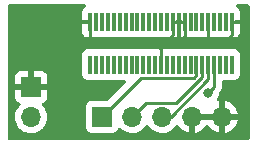
<source format=gbr>
%TF.GenerationSoftware,KiCad,Pcbnew,(6.0.5)*%
%TF.CreationDate,2023-04-14T11:36:58+02:00*%
%TF.ProjectId,keyboardbreakout2_framework,6b657962-6f61-4726-9462-7265616b6f75,rev?*%
%TF.SameCoordinates,Original*%
%TF.FileFunction,Copper,L1,Top*%
%TF.FilePolarity,Positive*%
%FSLAX46Y46*%
G04 Gerber Fmt 4.6, Leading zero omitted, Abs format (unit mm)*
G04 Created by KiCad (PCBNEW (6.0.5)) date 2023-04-14 11:36:58*
%MOMM*%
%LPD*%
G01*
G04 APERTURE LIST*
%TA.AperFunction,ComponentPad*%
%ADD10R,1.700000X1.700000*%
%TD*%
%TA.AperFunction,ComponentPad*%
%ADD11O,1.700000X1.700000*%
%TD*%
%TA.AperFunction,SMDPad,CuDef*%
%ADD12R,0.304800X1.600200*%
%TD*%
%TA.AperFunction,ViaPad*%
%ADD13C,0.800000*%
%TD*%
%TA.AperFunction,Conductor*%
%ADD14C,0.250000*%
%TD*%
G04 APERTURE END LIST*
D10*
%TO.P,JPWR1,1,Pin_1*%
%TO.N,GND*%
X75500000Y-52000000D03*
D11*
%TO.P,JPWR1,2,Pin_2*%
%TO.N,Net-(JPWR1-Pad2)*%
X75500000Y-54540000D03*
%TD*%
D10*
%TO.P,JUSB1,1,Pin_1*%
%TO.N,Net-(JUSB1-Pad1)*%
X81500000Y-54525000D03*
D11*
%TO.P,JUSB1,2,Pin_2*%
%TO.N,Net-(JUSB1-Pad2)*%
X84040000Y-54525000D03*
%TO.P,JUSB1,3,Pin_3*%
%TO.N,Net-(JUSB1-Pad3)*%
X86580000Y-54525000D03*
%TO.P,JUSB1,4,Pin_4*%
%TO.N,GND*%
X89120000Y-54525000D03*
%TO.P,JUSB1,5,Pin_5*%
X91660000Y-54525000D03*
%TD*%
D12*
%TO.P,U1,1,1*%
%TO.N,GND*%
X80500000Y-46500001D03*
%TO.P,U1,2,2*%
%TO.N,unconnected-(U1-Pad2)*%
X81000002Y-46500001D03*
%TO.P,U1,3,3*%
%TO.N,unconnected-(U1-Pad3)*%
X81500001Y-46500001D03*
%TO.P,U1,4,4*%
%TO.N,unconnected-(U1-Pad4)*%
X82000000Y-46500001D03*
%TO.P,U1,5,5*%
%TO.N,unconnected-(U1-Pad5)*%
X82500001Y-46500001D03*
%TO.P,U1,6,6*%
%TO.N,unconnected-(U1-Pad6)*%
X83000000Y-46500001D03*
%TO.P,U1,7,7*%
%TO.N,unconnected-(U1-Pad7)*%
X83500002Y-46500001D03*
%TO.P,U1,8,8*%
%TO.N,unconnected-(U1-Pad8)*%
X84000001Y-46500001D03*
%TO.P,U1,9,9*%
%TO.N,unconnected-(U1-Pad9)*%
X84500000Y-46500001D03*
%TO.P,U1,10,10*%
%TO.N,unconnected-(U1-Pad10)*%
X85000001Y-46500001D03*
%TO.P,U1,11,11*%
%TO.N,unconnected-(U1-Pad11)*%
X85500000Y-46500001D03*
%TO.P,U1,12,12*%
%TO.N,unconnected-(U1-Pad12)*%
X86000002Y-46500001D03*
%TO.P,U1,13,13*%
%TO.N,unconnected-(U1-Pad13)*%
X86500001Y-46500001D03*
%TO.P,U1,14,14*%
%TO.N,unconnected-(U1-Pad14)*%
X87000000Y-46500001D03*
%TO.P,U1,15,15*%
%TO.N,GND*%
X87500001Y-46500001D03*
%TO.P,U1,16,16*%
X88000000Y-46500001D03*
%TO.P,U1,17,17*%
X88500002Y-46500001D03*
%TO.P,U1,18,18*%
%TO.N,unconnected-(U1-Pad18)*%
X89000001Y-46500001D03*
%TO.P,U1,19,19*%
%TO.N,unconnected-(U1-Pad19)*%
X89500000Y-46500001D03*
%TO.P,U1,20,20*%
%TO.N,unconnected-(U1-Pad20)*%
X90000001Y-46500001D03*
%TO.P,U1,21,21*%
%TO.N,GND*%
X90500000Y-46500001D03*
%TO.P,U1,22,22*%
%TO.N,unconnected-(U1-Pad22)*%
X91000002Y-46500001D03*
%TO.P,U1,23,23*%
%TO.N,unconnected-(U1-Pad23)*%
X91500001Y-46500001D03*
%TO.P,U1,24,24*%
%TO.N,unconnected-(U1-Pad24)*%
X92000000Y-46500001D03*
%TO.P,U1,25,25*%
%TO.N,GND*%
X92500002Y-46500001D03*
%TO.P,U1,26,26*%
%TO.N,unconnected-(U1-Pad26)*%
X92500002Y-50099999D03*
%TO.P,U1,27,27*%
%TO.N,unconnected-(U1-Pad27)*%
X92000000Y-50099999D03*
%TO.P,U1,28,28*%
%TO.N,unconnected-(U1-Pad28)*%
X91500001Y-50099999D03*
%TO.P,U1,29,29*%
%TO.N,Net-(JPWR1-Pad2)*%
X91000002Y-50099999D03*
%TO.P,U1,30,30*%
%TO.N,Net-(JUSB1-Pad3)*%
X90500000Y-50099999D03*
%TO.P,U1,31,31*%
%TO.N,Net-(JUSB1-Pad2)*%
X90000001Y-50099999D03*
%TO.P,U1,32,32*%
%TO.N,Net-(JUSB1-Pad1)*%
X89500000Y-50099999D03*
%TO.P,U1,33,33*%
%TO.N,unconnected-(U1-Pad33)*%
X89000001Y-50099999D03*
%TO.P,U1,34,34*%
%TO.N,unconnected-(U1-Pad34)*%
X88500002Y-50099999D03*
%TO.P,U1,35,35*%
%TO.N,unconnected-(U1-Pad35)*%
X88000000Y-50099999D03*
%TO.P,U1,36,36*%
%TO.N,unconnected-(U1-Pad36)*%
X87500001Y-50099999D03*
%TO.P,U1,37,37*%
%TO.N,unconnected-(U1-Pad37)*%
X87000000Y-50099999D03*
%TO.P,U1,38,38*%
%TO.N,GND*%
X86500001Y-50099999D03*
%TO.P,U1,39,39*%
%TO.N,unconnected-(U1-Pad39)*%
X86000002Y-50099999D03*
%TO.P,U1,40,40*%
%TO.N,unconnected-(U1-Pad40)*%
X85500000Y-50099999D03*
%TO.P,U1,41,41*%
%TO.N,unconnected-(U1-Pad41)*%
X85000001Y-50099999D03*
%TO.P,U1,42,42*%
%TO.N,unconnected-(U1-Pad42)*%
X84500000Y-50099999D03*
%TO.P,U1,43,43*%
%TO.N,unconnected-(U1-Pad43)*%
X84000001Y-50099999D03*
%TO.P,U1,44,44*%
%TO.N,unconnected-(U1-Pad44)*%
X83500002Y-50099999D03*
%TO.P,U1,45,45*%
%TO.N,unconnected-(U1-Pad45)*%
X83000000Y-50099999D03*
%TO.P,U1,46,46*%
%TO.N,unconnected-(U1-Pad46)*%
X82500001Y-50099999D03*
%TO.P,U1,47,47*%
%TO.N,unconnected-(U1-Pad47)*%
X82000000Y-50099999D03*
%TO.P,U1,48,48*%
%TO.N,unconnected-(U1-Pad48)*%
X81500001Y-50099999D03*
%TO.P,U1,49,49*%
%TO.N,unconnected-(U1-Pad49)*%
X81000002Y-50099999D03*
%TO.P,U1,50,50*%
%TO.N,unconnected-(U1-Pad50)*%
X80500000Y-50099999D03*
%TD*%
D13*
%TO.N,Net-(JPWR1-Pad2)*%
X90500000Y-52500000D03*
%TD*%
D14*
%TO.N,Net-(JPWR1-Pad2)*%
X91000002Y-50499998D02*
X91000002Y-50099999D01*
X90500000Y-52500000D02*
X91000000Y-52000000D01*
X91000000Y-52000000D02*
X91000000Y-50500000D01*
X91000000Y-50500000D02*
X91000002Y-50499998D01*
%TO.N,Net-(JUSB1-Pad3)*%
X90500000Y-51333978D02*
X90500000Y-50099999D01*
X87308978Y-54525000D02*
X90500000Y-51333978D01*
X86580000Y-54525000D02*
X87308978Y-54525000D01*
%TO.N,Net-(JUSB1-Pad2)*%
X90000001Y-51150099D02*
X90000001Y-50099999D01*
X87799611Y-53350489D02*
X90000001Y-51150099D01*
X85214511Y-53350489D02*
X87799611Y-53350489D01*
X84040000Y-54525000D02*
X85214511Y-53350489D01*
%TO.N,Net-(JUSB1-Pad1)*%
X81500000Y-54525000D02*
X84800390Y-51224610D01*
X84800390Y-51224610D02*
X89289786Y-51224610D01*
X89289786Y-51224610D02*
X89500000Y-51014396D01*
X89500000Y-51014396D02*
X89500000Y-50099999D01*
%TO.N,GND*%
X86500000Y-48500000D02*
X86550762Y-48550762D01*
X86500001Y-50099999D02*
X86500001Y-48601522D01*
X91550761Y-48550762D02*
X90449238Y-48550762D01*
X90500000Y-46500001D02*
X90500000Y-48500000D01*
X80500000Y-48000000D02*
X81000000Y-48500000D01*
X88500002Y-48499998D02*
X88449238Y-48550762D01*
X90449238Y-48550762D02*
X88050762Y-48550762D01*
X90500000Y-48500000D02*
X90449238Y-48550762D01*
X88050762Y-48550762D02*
X86550762Y-48550762D01*
X86500001Y-48601522D02*
X86550762Y-48550762D01*
X86550762Y-48550762D02*
X87500001Y-47601522D01*
X80500000Y-46500001D02*
X80500000Y-48000000D01*
X88449238Y-48550762D02*
X88050762Y-48550762D01*
X81000000Y-48500000D02*
X86500000Y-48500000D01*
X88000000Y-48500000D02*
X88050762Y-48550762D01*
X88000000Y-46500001D02*
X88000000Y-48500000D01*
X88500002Y-46500001D02*
X88500002Y-48499998D01*
X87500001Y-47601522D02*
X87500001Y-46500001D01*
X92500002Y-47601521D02*
X91550761Y-48550762D01*
X92500002Y-46500001D02*
X92500002Y-47601521D01*
%TD*%
%TA.AperFunction,Conductor*%
%TO.N,GND*%
G36*
X80120001Y-45028502D02*
G01*
X80166494Y-45082158D01*
X80176598Y-45152432D01*
X80147104Y-45217012D01*
X80112389Y-45245020D01*
X80093954Y-45255113D01*
X79991876Y-45331616D01*
X79979315Y-45344177D01*
X79902814Y-45446252D01*
X79894276Y-45461847D01*
X79849122Y-45582295D01*
X79845495Y-45597550D01*
X79839969Y-45648415D01*
X79839600Y-45655229D01*
X79839600Y-46329486D01*
X79844075Y-46344725D01*
X79845465Y-46345930D01*
X79853148Y-46347601D01*
X80213102Y-46347601D01*
X80281223Y-46367603D01*
X80327716Y-46421259D01*
X80339102Y-46473601D01*
X80339102Y-46526401D01*
X80319100Y-46594522D01*
X80265444Y-46641015D01*
X80213102Y-46652401D01*
X79857716Y-46652401D01*
X79842477Y-46656876D01*
X79841272Y-46658266D01*
X79839601Y-46665949D01*
X79839601Y-47344770D01*
X79839971Y-47351591D01*
X79845495Y-47402453D01*
X79849121Y-47417705D01*
X79894276Y-47538155D01*
X79902814Y-47553750D01*
X79979315Y-47655825D01*
X79991876Y-47668386D01*
X80093951Y-47744887D01*
X80109546Y-47753425D01*
X80229994Y-47798579D01*
X80245249Y-47802206D01*
X80296114Y-47807732D01*
X80302928Y-47808101D01*
X80329485Y-47808101D01*
X80344724Y-47803626D01*
X80345930Y-47802234D01*
X80349607Y-47785333D01*
X80383632Y-47723020D01*
X80445944Y-47688995D01*
X80516760Y-47694060D01*
X80548286Y-47711286D01*
X80600897Y-47750716D01*
X80604235Y-47751967D01*
X80652458Y-47800297D01*
X80653167Y-47802011D01*
X80658265Y-47806429D01*
X80665948Y-47808100D01*
X80697069Y-47808100D01*
X80703893Y-47807730D01*
X80734070Y-47804453D01*
X80761281Y-47804453D01*
X80796069Y-47808232D01*
X80796073Y-47808232D01*
X80799468Y-47808601D01*
X81200536Y-47808601D01*
X81203928Y-47808232D01*
X81203937Y-47808232D01*
X81236395Y-47804706D01*
X81263609Y-47804706D01*
X81296067Y-47808232D01*
X81296074Y-47808232D01*
X81299467Y-47808601D01*
X81700535Y-47808601D01*
X81703927Y-47808232D01*
X81703936Y-47808232D01*
X81736394Y-47804706D01*
X81763608Y-47804706D01*
X81796066Y-47808232D01*
X81796073Y-47808232D01*
X81799466Y-47808601D01*
X82200534Y-47808601D01*
X82236396Y-47804705D01*
X82263606Y-47804705D01*
X82299467Y-47808601D01*
X82700535Y-47808601D01*
X82703927Y-47808232D01*
X82703936Y-47808232D01*
X82736394Y-47804706D01*
X82763608Y-47804706D01*
X82796066Y-47808232D01*
X82796073Y-47808232D01*
X82799466Y-47808601D01*
X83200534Y-47808601D01*
X83236396Y-47804705D01*
X83263606Y-47804705D01*
X83299468Y-47808601D01*
X83700536Y-47808601D01*
X83703928Y-47808232D01*
X83703937Y-47808232D01*
X83736395Y-47804706D01*
X83763609Y-47804706D01*
X83796067Y-47808232D01*
X83796074Y-47808232D01*
X83799467Y-47808601D01*
X84200535Y-47808601D01*
X84203927Y-47808232D01*
X84203936Y-47808232D01*
X84236394Y-47804706D01*
X84263608Y-47804706D01*
X84296066Y-47808232D01*
X84296073Y-47808232D01*
X84299466Y-47808601D01*
X84700534Y-47808601D01*
X84736396Y-47804705D01*
X84763606Y-47804705D01*
X84799467Y-47808601D01*
X85200535Y-47808601D01*
X85203927Y-47808232D01*
X85203936Y-47808232D01*
X85236394Y-47804706D01*
X85263608Y-47804706D01*
X85296066Y-47808232D01*
X85296073Y-47808232D01*
X85299466Y-47808601D01*
X85700534Y-47808601D01*
X85736396Y-47804705D01*
X85763606Y-47804705D01*
X85799468Y-47808601D01*
X86200536Y-47808601D01*
X86203928Y-47808232D01*
X86203937Y-47808232D01*
X86236395Y-47804706D01*
X86263609Y-47804706D01*
X86296067Y-47808232D01*
X86296074Y-47808232D01*
X86299467Y-47808601D01*
X86700535Y-47808601D01*
X86703927Y-47808232D01*
X86703936Y-47808232D01*
X86736394Y-47804706D01*
X86763608Y-47804706D01*
X86796066Y-47808232D01*
X86796073Y-47808232D01*
X86799466Y-47808601D01*
X87200534Y-47808601D01*
X87238718Y-47804453D01*
X87265932Y-47804453D01*
X87296115Y-47807732D01*
X87302930Y-47808101D01*
X87329486Y-47808101D01*
X87344725Y-47803626D01*
X87366990Y-47777931D01*
X87368183Y-47778965D01*
X87373632Y-47768986D01*
X87396912Y-47751538D01*
X87399105Y-47750716D01*
X87451962Y-47711102D01*
X87518466Y-47686255D01*
X87587848Y-47701308D01*
X87638079Y-47751482D01*
X87648421Y-47776430D01*
X87656876Y-47805224D01*
X87658266Y-47806429D01*
X87665949Y-47808100D01*
X87697071Y-47808100D01*
X87703886Y-47807731D01*
X87736389Y-47804200D01*
X87763607Y-47804200D01*
X87796118Y-47807732D01*
X87802927Y-47808101D01*
X87829485Y-47808101D01*
X87844724Y-47803626D01*
X87845929Y-47802236D01*
X87847600Y-47794553D01*
X87847600Y-46670516D01*
X87843125Y-46655277D01*
X87841735Y-46654072D01*
X87834052Y-46652401D01*
X87786900Y-46652401D01*
X87718779Y-46632399D01*
X87672286Y-46578743D01*
X87660900Y-46526401D01*
X87660900Y-46473601D01*
X87680902Y-46405480D01*
X87734558Y-46358987D01*
X87786900Y-46347601D01*
X88213101Y-46347601D01*
X88281222Y-46367603D01*
X88327715Y-46421259D01*
X88339101Y-46473601D01*
X88339101Y-46526401D01*
X88319099Y-46594522D01*
X88265443Y-46641015D01*
X88213101Y-46652401D01*
X88170515Y-46652401D01*
X88155276Y-46656876D01*
X88154071Y-46658266D01*
X88152400Y-46665949D01*
X88152400Y-47789985D01*
X88156875Y-47805224D01*
X88158265Y-47806429D01*
X88165948Y-47808100D01*
X88197070Y-47808100D01*
X88203888Y-47807731D01*
X88236392Y-47804200D01*
X88263607Y-47804200D01*
X88296119Y-47807732D01*
X88302930Y-47808101D01*
X88329487Y-47808101D01*
X88344726Y-47803626D01*
X88345931Y-47802236D01*
X88349607Y-47785336D01*
X88383632Y-47723023D01*
X88445944Y-47688998D01*
X88516759Y-47694062D01*
X88548292Y-47711292D01*
X88600896Y-47750716D01*
X88604237Y-47751969D01*
X88652461Y-47800301D01*
X88653168Y-47802010D01*
X88658267Y-47806429D01*
X88665950Y-47808100D01*
X88697071Y-47808100D01*
X88703895Y-47807730D01*
X88734071Y-47804453D01*
X88761282Y-47804453D01*
X88796068Y-47808232D01*
X88796072Y-47808232D01*
X88799467Y-47808601D01*
X89200535Y-47808601D01*
X89203927Y-47808232D01*
X89203936Y-47808232D01*
X89236394Y-47804706D01*
X89263608Y-47804706D01*
X89296066Y-47808232D01*
X89296073Y-47808232D01*
X89299466Y-47808601D01*
X89700534Y-47808601D01*
X89736396Y-47804705D01*
X89763606Y-47804705D01*
X89799467Y-47808601D01*
X90200535Y-47808601D01*
X90238719Y-47804453D01*
X90265932Y-47804453D01*
X90296114Y-47807732D01*
X90302928Y-47808101D01*
X90329485Y-47808101D01*
X90344724Y-47803626D01*
X90366989Y-47777931D01*
X90368184Y-47778967D01*
X90373639Y-47768979D01*
X90396910Y-47751539D01*
X90399106Y-47750716D01*
X90420389Y-47734765D01*
X90424438Y-47731731D01*
X90490945Y-47706884D01*
X90560327Y-47721938D01*
X90575560Y-47731727D01*
X90600897Y-47750716D01*
X90604235Y-47751967D01*
X90652458Y-47800297D01*
X90653167Y-47802011D01*
X90658265Y-47806429D01*
X90665948Y-47808100D01*
X90697069Y-47808100D01*
X90703893Y-47807730D01*
X90734070Y-47804453D01*
X90761281Y-47804453D01*
X90796069Y-47808232D01*
X90796073Y-47808232D01*
X90799468Y-47808601D01*
X91200536Y-47808601D01*
X91203928Y-47808232D01*
X91203937Y-47808232D01*
X91236395Y-47804706D01*
X91263609Y-47804706D01*
X91296067Y-47808232D01*
X91296074Y-47808232D01*
X91299467Y-47808601D01*
X91700535Y-47808601D01*
X91703927Y-47808232D01*
X91703936Y-47808232D01*
X91736394Y-47804706D01*
X91763608Y-47804706D01*
X91796066Y-47808232D01*
X91796073Y-47808232D01*
X91799466Y-47808601D01*
X92200534Y-47808601D01*
X92208534Y-47807732D01*
X92231620Y-47805224D01*
X92238718Y-47804453D01*
X92265933Y-47804453D01*
X92296116Y-47807732D01*
X92302931Y-47808101D01*
X92329487Y-47808101D01*
X92344726Y-47803626D01*
X92366991Y-47777931D01*
X92368182Y-47778963D01*
X92373625Y-47768993D01*
X92396914Y-47751537D01*
X92399105Y-47750716D01*
X92451964Y-47711101D01*
X92518466Y-47686254D01*
X92587849Y-47701306D01*
X92638080Y-47751480D01*
X92648422Y-47776430D01*
X92656877Y-47805224D01*
X92658267Y-47806429D01*
X92665950Y-47808100D01*
X92697071Y-47808100D01*
X92703892Y-47807730D01*
X92754754Y-47802206D01*
X92770006Y-47798580D01*
X92890456Y-47753425D01*
X92906051Y-47744887D01*
X93008126Y-47668386D01*
X93020687Y-47655825D01*
X93097188Y-47553750D01*
X93105726Y-47538155D01*
X93150880Y-47417707D01*
X93154507Y-47402452D01*
X93160033Y-47351587D01*
X93160402Y-47344773D01*
X93160402Y-46670516D01*
X93155927Y-46655277D01*
X93154537Y-46654072D01*
X93146854Y-46652401D01*
X92786900Y-46652401D01*
X92718779Y-46632399D01*
X92672286Y-46578743D01*
X92660900Y-46526401D01*
X92660900Y-46473601D01*
X92680902Y-46405480D01*
X92734558Y-46358987D01*
X92786900Y-46347601D01*
X93142286Y-46347601D01*
X93157525Y-46343126D01*
X93158730Y-46341736D01*
X93160401Y-46334053D01*
X93160401Y-45655232D01*
X93160031Y-45648411D01*
X93154507Y-45597549D01*
X93150881Y-45582297D01*
X93105726Y-45461847D01*
X93097188Y-45446252D01*
X93020687Y-45344177D01*
X93008126Y-45331616D01*
X92906048Y-45255113D01*
X92887613Y-45245020D01*
X92837467Y-45194761D01*
X92822453Y-45125370D01*
X92847338Y-45058878D01*
X92904222Y-45016395D01*
X92948122Y-45008500D01*
X93865500Y-45008500D01*
X93933621Y-45028502D01*
X93980114Y-45082158D01*
X93991500Y-45134500D01*
X93991500Y-56365500D01*
X93971498Y-56433621D01*
X93917842Y-56480114D01*
X93865500Y-56491500D01*
X73634500Y-56491500D01*
X73566379Y-56471498D01*
X73519886Y-56417842D01*
X73508500Y-56365500D01*
X73508500Y-54506695D01*
X74137251Y-54506695D01*
X74137548Y-54511848D01*
X74137548Y-54511851D01*
X74143011Y-54606590D01*
X74150110Y-54729715D01*
X74151247Y-54734761D01*
X74151248Y-54734767D01*
X74164270Y-54792548D01*
X74199222Y-54947639D01*
X74283266Y-55154616D01*
X74301494Y-55184362D01*
X74388099Y-55325688D01*
X74399987Y-55345088D01*
X74546250Y-55513938D01*
X74718126Y-55656632D01*
X74911000Y-55769338D01*
X75119692Y-55849030D01*
X75124760Y-55850061D01*
X75124763Y-55850062D01*
X75170627Y-55859393D01*
X75338597Y-55893567D01*
X75343772Y-55893757D01*
X75343774Y-55893757D01*
X75556673Y-55901564D01*
X75556677Y-55901564D01*
X75561837Y-55901753D01*
X75566957Y-55901097D01*
X75566959Y-55901097D01*
X75778288Y-55874025D01*
X75778289Y-55874025D01*
X75783416Y-55873368D01*
X75829997Y-55859393D01*
X75992429Y-55810661D01*
X75992434Y-55810659D01*
X75997384Y-55809174D01*
X76197994Y-55710896D01*
X76379860Y-55581173D01*
X76392285Y-55568792D01*
X76495321Y-55466115D01*
X76538096Y-55423489D01*
X76551891Y-55404292D01*
X76665435Y-55246277D01*
X76668453Y-55242077D01*
X76673437Y-55231994D01*
X76765136Y-55046453D01*
X76765137Y-55046451D01*
X76767430Y-55041811D01*
X76832370Y-54828069D01*
X76861529Y-54606590D01*
X76863156Y-54540000D01*
X76844852Y-54317361D01*
X76790431Y-54100702D01*
X76701354Y-53895840D01*
X76580014Y-53708277D01*
X76576540Y-53704459D01*
X76576533Y-53704450D01*
X76432435Y-53546088D01*
X76401383Y-53482242D01*
X76409779Y-53411744D01*
X76454956Y-53356976D01*
X76481400Y-53343307D01*
X76588052Y-53303325D01*
X76603649Y-53294786D01*
X76705724Y-53218285D01*
X76718285Y-53205724D01*
X76794786Y-53103649D01*
X76803324Y-53088054D01*
X76848478Y-52967606D01*
X76852105Y-52952351D01*
X76857631Y-52901486D01*
X76858000Y-52894672D01*
X76858000Y-52272115D01*
X76853525Y-52256876D01*
X76852135Y-52255671D01*
X76844452Y-52254000D01*
X74160116Y-52254000D01*
X74144877Y-52258475D01*
X74143672Y-52259865D01*
X74142001Y-52267548D01*
X74142001Y-52894669D01*
X74142371Y-52901490D01*
X74147895Y-52952352D01*
X74151521Y-52967604D01*
X74196676Y-53088054D01*
X74205214Y-53103649D01*
X74281715Y-53205724D01*
X74294276Y-53218285D01*
X74396351Y-53294786D01*
X74411946Y-53303324D01*
X74520827Y-53344142D01*
X74577591Y-53386784D01*
X74602291Y-53453345D01*
X74587083Y-53522694D01*
X74567691Y-53549175D01*
X74450578Y-53671727D01*
X74440629Y-53682138D01*
X74314743Y-53866680D01*
X74220688Y-54069305D01*
X74160989Y-54284570D01*
X74137251Y-54506695D01*
X73508500Y-54506695D01*
X73508500Y-51727885D01*
X74142000Y-51727885D01*
X74146475Y-51743124D01*
X74147865Y-51744329D01*
X74155548Y-51746000D01*
X75227885Y-51746000D01*
X75243124Y-51741525D01*
X75244329Y-51740135D01*
X75246000Y-51732452D01*
X75246000Y-51727885D01*
X75754000Y-51727885D01*
X75758475Y-51743124D01*
X75759865Y-51744329D01*
X75767548Y-51746000D01*
X76839884Y-51746000D01*
X76855123Y-51741525D01*
X76856328Y-51740135D01*
X76857999Y-51732452D01*
X76857999Y-51105331D01*
X76857629Y-51098510D01*
X76852105Y-51047648D01*
X76848479Y-51032396D01*
X76816927Y-50948233D01*
X79839100Y-50948233D01*
X79845855Y-51010415D01*
X79896985Y-51146804D01*
X79984339Y-51263360D01*
X80100895Y-51350714D01*
X80237284Y-51401844D01*
X80299466Y-51408599D01*
X80700534Y-51408599D01*
X80736396Y-51404703D01*
X80763606Y-51404703D01*
X80799468Y-51408599D01*
X81200536Y-51408599D01*
X81203928Y-51408230D01*
X81203937Y-51408230D01*
X81236395Y-51404704D01*
X81263609Y-51404704D01*
X81296067Y-51408230D01*
X81296074Y-51408230D01*
X81299467Y-51408599D01*
X81700535Y-51408599D01*
X81703927Y-51408230D01*
X81703936Y-51408230D01*
X81736394Y-51404704D01*
X81763608Y-51404704D01*
X81796066Y-51408230D01*
X81796073Y-51408230D01*
X81799466Y-51408599D01*
X82200534Y-51408599D01*
X82236396Y-51404703D01*
X82263606Y-51404703D01*
X82299467Y-51408599D01*
X82700535Y-51408599D01*
X82703927Y-51408230D01*
X82703936Y-51408230D01*
X82736394Y-51404704D01*
X82763608Y-51404704D01*
X82796066Y-51408230D01*
X82796073Y-51408230D01*
X82799466Y-51408599D01*
X83200534Y-51408599D01*
X83236396Y-51404703D01*
X83263606Y-51404703D01*
X83299468Y-51408599D01*
X83416306Y-51408599D01*
X83484427Y-51428601D01*
X83530920Y-51482257D01*
X83541024Y-51552531D01*
X83511530Y-51617111D01*
X83505401Y-51623694D01*
X81999500Y-53129595D01*
X81937188Y-53163621D01*
X81910405Y-53166500D01*
X80601866Y-53166500D01*
X80539684Y-53173255D01*
X80403295Y-53224385D01*
X80286739Y-53311739D01*
X80199385Y-53428295D01*
X80148255Y-53564684D01*
X80141500Y-53626866D01*
X80141500Y-55423134D01*
X80148255Y-55485316D01*
X80199385Y-55621705D01*
X80286739Y-55738261D01*
X80403295Y-55825615D01*
X80539684Y-55876745D01*
X80601866Y-55883500D01*
X82398134Y-55883500D01*
X82460316Y-55876745D01*
X82596705Y-55825615D01*
X82713261Y-55738261D01*
X82800615Y-55621705D01*
X82822799Y-55562529D01*
X82844598Y-55504382D01*
X82887240Y-55447618D01*
X82953802Y-55422918D01*
X83023150Y-55438126D01*
X83057817Y-55466114D01*
X83086250Y-55498938D01*
X83258126Y-55641632D01*
X83451000Y-55754338D01*
X83659692Y-55834030D01*
X83664760Y-55835061D01*
X83664763Y-55835062D01*
X83738491Y-55850062D01*
X83878597Y-55878567D01*
X83883772Y-55878757D01*
X83883774Y-55878757D01*
X84096673Y-55886564D01*
X84096677Y-55886564D01*
X84101837Y-55886753D01*
X84106957Y-55886097D01*
X84106959Y-55886097D01*
X84318288Y-55859025D01*
X84318289Y-55859025D01*
X84323416Y-55858368D01*
X84328366Y-55856883D01*
X84532429Y-55795661D01*
X84532434Y-55795659D01*
X84537384Y-55794174D01*
X84737994Y-55695896D01*
X84919860Y-55566173D01*
X85078096Y-55408489D01*
X85208453Y-55227077D01*
X85209776Y-55228028D01*
X85256645Y-55184857D01*
X85326580Y-55172625D01*
X85392026Y-55200144D01*
X85419875Y-55231994D01*
X85479987Y-55330088D01*
X85626250Y-55498938D01*
X85798126Y-55641632D01*
X85991000Y-55754338D01*
X86199692Y-55834030D01*
X86204760Y-55835061D01*
X86204763Y-55835062D01*
X86278491Y-55850062D01*
X86418597Y-55878567D01*
X86423772Y-55878757D01*
X86423774Y-55878757D01*
X86636673Y-55886564D01*
X86636677Y-55886564D01*
X86641837Y-55886753D01*
X86646957Y-55886097D01*
X86646959Y-55886097D01*
X86858288Y-55859025D01*
X86858289Y-55859025D01*
X86863416Y-55858368D01*
X86868366Y-55856883D01*
X87072429Y-55795661D01*
X87072434Y-55795659D01*
X87077384Y-55794174D01*
X87277994Y-55695896D01*
X87459860Y-55566173D01*
X87618096Y-55408489D01*
X87748453Y-55227077D01*
X87749640Y-55227930D01*
X87796960Y-55184362D01*
X87866897Y-55172145D01*
X87932338Y-55199678D01*
X87960166Y-55231511D01*
X88017694Y-55325388D01*
X88023777Y-55333699D01*
X88163213Y-55494667D01*
X88170580Y-55501883D01*
X88334434Y-55637916D01*
X88342881Y-55643831D01*
X88526756Y-55751279D01*
X88536042Y-55755729D01*
X88735001Y-55831703D01*
X88744899Y-55834579D01*
X88848250Y-55855606D01*
X88862299Y-55854410D01*
X88866000Y-55844065D01*
X88866000Y-55843517D01*
X89374000Y-55843517D01*
X89378064Y-55857359D01*
X89391478Y-55859393D01*
X89398184Y-55858534D01*
X89408262Y-55856392D01*
X89612255Y-55795191D01*
X89621842Y-55791433D01*
X89813095Y-55697739D01*
X89821945Y-55692464D01*
X89995328Y-55568792D01*
X90003200Y-55562139D01*
X90154052Y-55411812D01*
X90160730Y-55403965D01*
X90288022Y-55226819D01*
X90289147Y-55227627D01*
X90336669Y-55183876D01*
X90406607Y-55171661D01*
X90472046Y-55199197D01*
X90499870Y-55231028D01*
X90557690Y-55325383D01*
X90563777Y-55333699D01*
X90703213Y-55494667D01*
X90710580Y-55501883D01*
X90874434Y-55637916D01*
X90882881Y-55643831D01*
X91066756Y-55751279D01*
X91076042Y-55755729D01*
X91275001Y-55831703D01*
X91284899Y-55834579D01*
X91388250Y-55855606D01*
X91402299Y-55854410D01*
X91406000Y-55844065D01*
X91406000Y-55843517D01*
X91914000Y-55843517D01*
X91918064Y-55857359D01*
X91931478Y-55859393D01*
X91938184Y-55858534D01*
X91948262Y-55856392D01*
X92152255Y-55795191D01*
X92161842Y-55791433D01*
X92353095Y-55697739D01*
X92361945Y-55692464D01*
X92535328Y-55568792D01*
X92543200Y-55562139D01*
X92694052Y-55411812D01*
X92700730Y-55403965D01*
X92825003Y-55231020D01*
X92830313Y-55222183D01*
X92924670Y-55031267D01*
X92928469Y-55021672D01*
X92990377Y-54817910D01*
X92992555Y-54807837D01*
X92993986Y-54796962D01*
X92991775Y-54782778D01*
X92978617Y-54779000D01*
X91932115Y-54779000D01*
X91916876Y-54783475D01*
X91915671Y-54784865D01*
X91914000Y-54792548D01*
X91914000Y-55843517D01*
X91406000Y-55843517D01*
X91406000Y-54797115D01*
X91401525Y-54781876D01*
X91400135Y-54780671D01*
X91392452Y-54779000D01*
X89392115Y-54779000D01*
X89376876Y-54783475D01*
X89375671Y-54784865D01*
X89374000Y-54792548D01*
X89374000Y-55843517D01*
X88866000Y-55843517D01*
X88866000Y-54397000D01*
X88886002Y-54328879D01*
X88939658Y-54282386D01*
X88992000Y-54271000D01*
X91387885Y-54271000D01*
X91403124Y-54266525D01*
X91404329Y-54265135D01*
X91406000Y-54257452D01*
X91406000Y-54252885D01*
X91914000Y-54252885D01*
X91918475Y-54268124D01*
X91919865Y-54269329D01*
X91927548Y-54271000D01*
X92978344Y-54271000D01*
X92991875Y-54267027D01*
X92993180Y-54257947D01*
X92951214Y-54090875D01*
X92947894Y-54081124D01*
X92862972Y-53885814D01*
X92858105Y-53876739D01*
X92742426Y-53697926D01*
X92736136Y-53689757D01*
X92592806Y-53532240D01*
X92585273Y-53525215D01*
X92418139Y-53393222D01*
X92409552Y-53387517D01*
X92223117Y-53284599D01*
X92213705Y-53280369D01*
X92012959Y-53209280D01*
X92002988Y-53206646D01*
X91931837Y-53193972D01*
X91918540Y-53195432D01*
X91914000Y-53209989D01*
X91914000Y-54252885D01*
X91406000Y-54252885D01*
X91406000Y-53208102D01*
X91402082Y-53194758D01*
X91387809Y-53192771D01*
X91385316Y-53193153D01*
X91314954Y-53183687D01*
X91260878Y-53137683D01*
X91240259Y-53069746D01*
X91257135Y-53005603D01*
X91331223Y-52877279D01*
X91331224Y-52877278D01*
X91334527Y-52871556D01*
X91393542Y-52689928D01*
X91410836Y-52525385D01*
X91437849Y-52459729D01*
X91444295Y-52452305D01*
X91453644Y-52442349D01*
X91456400Y-52439505D01*
X91476135Y-52419770D01*
X91478615Y-52416573D01*
X91486320Y-52407551D01*
X91511159Y-52381100D01*
X91516586Y-52375321D01*
X91520405Y-52368375D01*
X91520407Y-52368372D01*
X91526348Y-52357566D01*
X91537199Y-52341047D01*
X91544758Y-52331301D01*
X91549614Y-52325041D01*
X91552759Y-52317772D01*
X91552762Y-52317768D01*
X91567174Y-52284463D01*
X91572391Y-52273813D01*
X91593695Y-52235060D01*
X91598733Y-52215437D01*
X91605137Y-52196734D01*
X91610033Y-52185420D01*
X91610033Y-52185419D01*
X91613181Y-52178145D01*
X91614420Y-52170322D01*
X91614423Y-52170312D01*
X91620099Y-52134476D01*
X91622505Y-52122856D01*
X91631528Y-52087711D01*
X91631528Y-52087710D01*
X91633500Y-52080030D01*
X91633500Y-52059776D01*
X91635051Y-52040065D01*
X91636980Y-52027886D01*
X91638220Y-52020057D01*
X91634059Y-51976038D01*
X91633500Y-51964181D01*
X91633500Y-51530999D01*
X91653502Y-51462878D01*
X91707158Y-51416385D01*
X91773107Y-51405736D01*
X91796065Y-51408230D01*
X91796074Y-51408230D01*
X91799466Y-51408599D01*
X92200534Y-51408599D01*
X92236396Y-51404703D01*
X92263606Y-51404703D01*
X92299468Y-51408599D01*
X92700536Y-51408599D01*
X92762718Y-51401844D01*
X92899107Y-51350714D01*
X93015663Y-51263360D01*
X93103017Y-51146804D01*
X93154147Y-51010415D01*
X93160902Y-50948233D01*
X93160902Y-49251765D01*
X93154147Y-49189583D01*
X93103017Y-49053194D01*
X93015663Y-48936638D01*
X92899107Y-48849284D01*
X92762718Y-48798154D01*
X92700536Y-48791399D01*
X92299468Y-48791399D01*
X92263606Y-48795295D01*
X92236396Y-48795295D01*
X92200534Y-48791399D01*
X91799466Y-48791399D01*
X91796073Y-48791768D01*
X91796066Y-48791768D01*
X91763608Y-48795294D01*
X91736394Y-48795294D01*
X91703936Y-48791768D01*
X91703927Y-48791768D01*
X91700535Y-48791399D01*
X91299467Y-48791399D01*
X91296074Y-48791768D01*
X91296067Y-48791768D01*
X91263609Y-48795294D01*
X91236395Y-48795294D01*
X91203937Y-48791768D01*
X91203928Y-48791768D01*
X91200536Y-48791399D01*
X90799468Y-48791399D01*
X90763606Y-48795295D01*
X90736396Y-48795295D01*
X90700534Y-48791399D01*
X90299466Y-48791399D01*
X90296073Y-48791768D01*
X90296066Y-48791768D01*
X90263608Y-48795294D01*
X90236394Y-48795294D01*
X90203936Y-48791768D01*
X90203927Y-48791768D01*
X90200535Y-48791399D01*
X89799467Y-48791399D01*
X89763606Y-48795295D01*
X89736396Y-48795295D01*
X89700534Y-48791399D01*
X89299466Y-48791399D01*
X89296073Y-48791768D01*
X89296066Y-48791768D01*
X89263608Y-48795294D01*
X89236394Y-48795294D01*
X89203936Y-48791768D01*
X89203927Y-48791768D01*
X89200535Y-48791399D01*
X88799467Y-48791399D01*
X88796074Y-48791768D01*
X88796067Y-48791768D01*
X88763609Y-48795294D01*
X88736395Y-48795294D01*
X88703937Y-48791768D01*
X88703928Y-48791768D01*
X88700536Y-48791399D01*
X88299468Y-48791399D01*
X88263606Y-48795295D01*
X88236396Y-48795295D01*
X88200534Y-48791399D01*
X87799466Y-48791399D01*
X87796073Y-48791768D01*
X87796066Y-48791768D01*
X87763608Y-48795294D01*
X87736394Y-48795294D01*
X87703936Y-48791768D01*
X87703927Y-48791768D01*
X87700535Y-48791399D01*
X87299467Y-48791399D01*
X87263606Y-48795295D01*
X87236396Y-48795295D01*
X87200534Y-48791399D01*
X86799466Y-48791399D01*
X86761282Y-48795547D01*
X86734069Y-48795547D01*
X86703887Y-48792268D01*
X86697073Y-48791899D01*
X86670516Y-48791899D01*
X86655277Y-48796374D01*
X86633012Y-48822069D01*
X86631817Y-48821033D01*
X86626362Y-48831021D01*
X86603091Y-48848461D01*
X86600895Y-48849284D01*
X86593712Y-48854668D01*
X86593711Y-48854668D01*
X86575566Y-48868267D01*
X86509059Y-48893115D01*
X86439677Y-48878062D01*
X86424436Y-48868267D01*
X86406291Y-48854668D01*
X86406290Y-48854668D01*
X86399107Y-48849284D01*
X86395766Y-48848031D01*
X86347542Y-48799699D01*
X86346835Y-48797990D01*
X86341736Y-48793571D01*
X86334053Y-48791900D01*
X86302932Y-48791900D01*
X86296108Y-48792270D01*
X86265932Y-48795547D01*
X86238721Y-48795547D01*
X86203935Y-48791768D01*
X86203931Y-48791768D01*
X86200536Y-48791399D01*
X85799468Y-48791399D01*
X85763606Y-48795295D01*
X85736396Y-48795295D01*
X85700534Y-48791399D01*
X85299466Y-48791399D01*
X85296073Y-48791768D01*
X85296066Y-48791768D01*
X85263608Y-48795294D01*
X85236394Y-48795294D01*
X85203936Y-48791768D01*
X85203927Y-48791768D01*
X85200535Y-48791399D01*
X84799467Y-48791399D01*
X84763606Y-48795295D01*
X84736396Y-48795295D01*
X84700534Y-48791399D01*
X84299466Y-48791399D01*
X84296073Y-48791768D01*
X84296066Y-48791768D01*
X84263608Y-48795294D01*
X84236394Y-48795294D01*
X84203936Y-48791768D01*
X84203927Y-48791768D01*
X84200535Y-48791399D01*
X83799467Y-48791399D01*
X83796074Y-48791768D01*
X83796067Y-48791768D01*
X83763609Y-48795294D01*
X83736395Y-48795294D01*
X83703937Y-48791768D01*
X83703928Y-48791768D01*
X83700536Y-48791399D01*
X83299468Y-48791399D01*
X83263606Y-48795295D01*
X83236396Y-48795295D01*
X83200534Y-48791399D01*
X82799466Y-48791399D01*
X82796073Y-48791768D01*
X82796066Y-48791768D01*
X82763608Y-48795294D01*
X82736394Y-48795294D01*
X82703936Y-48791768D01*
X82703927Y-48791768D01*
X82700535Y-48791399D01*
X82299467Y-48791399D01*
X82263606Y-48795295D01*
X82236396Y-48795295D01*
X82200534Y-48791399D01*
X81799466Y-48791399D01*
X81796073Y-48791768D01*
X81796066Y-48791768D01*
X81763608Y-48795294D01*
X81736394Y-48795294D01*
X81703936Y-48791768D01*
X81703927Y-48791768D01*
X81700535Y-48791399D01*
X81299467Y-48791399D01*
X81296074Y-48791768D01*
X81296067Y-48791768D01*
X81263609Y-48795294D01*
X81236395Y-48795294D01*
X81203937Y-48791768D01*
X81203928Y-48791768D01*
X81200536Y-48791399D01*
X80799468Y-48791399D01*
X80763606Y-48795295D01*
X80736396Y-48795295D01*
X80700534Y-48791399D01*
X80299466Y-48791399D01*
X80237284Y-48798154D01*
X80100895Y-48849284D01*
X79984339Y-48936638D01*
X79896985Y-49053194D01*
X79845855Y-49189583D01*
X79839100Y-49251765D01*
X79839100Y-50948233D01*
X76816927Y-50948233D01*
X76803324Y-50911946D01*
X76794786Y-50896351D01*
X76718285Y-50794276D01*
X76705724Y-50781715D01*
X76603649Y-50705214D01*
X76588054Y-50696676D01*
X76467606Y-50651522D01*
X76452351Y-50647895D01*
X76401486Y-50642369D01*
X76394672Y-50642000D01*
X75772115Y-50642000D01*
X75756876Y-50646475D01*
X75755671Y-50647865D01*
X75754000Y-50655548D01*
X75754000Y-51727885D01*
X75246000Y-51727885D01*
X75246000Y-50660116D01*
X75241525Y-50644877D01*
X75240135Y-50643672D01*
X75232452Y-50642001D01*
X74605331Y-50642001D01*
X74598510Y-50642371D01*
X74547648Y-50647895D01*
X74532396Y-50651521D01*
X74411946Y-50696676D01*
X74396351Y-50705214D01*
X74294276Y-50781715D01*
X74281715Y-50794276D01*
X74205214Y-50896351D01*
X74196676Y-50911946D01*
X74151522Y-51032394D01*
X74147895Y-51047649D01*
X74142369Y-51098514D01*
X74142000Y-51105328D01*
X74142000Y-51727885D01*
X73508500Y-51727885D01*
X73508500Y-45134500D01*
X73528502Y-45066379D01*
X73582158Y-45019886D01*
X73634500Y-45008500D01*
X80051880Y-45008500D01*
X80120001Y-45028502D01*
G37*
%TD.AperFunction*%
%TD*%
M02*

</source>
